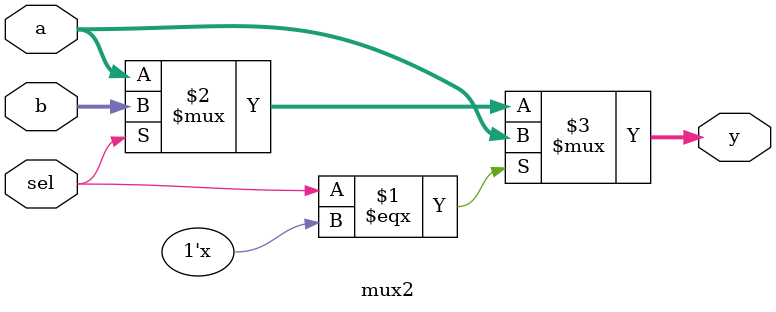
<source format=v>

module mux2( sel, a, b, y );
    parameter bitwidth=32;
    input sel;
    input  [bitwidth-1:0] a, b;
    output [bitwidth-1:0] y;

    assign y = ( sel === 1'bx )?a:sel?b:a;
endmodule

</source>
